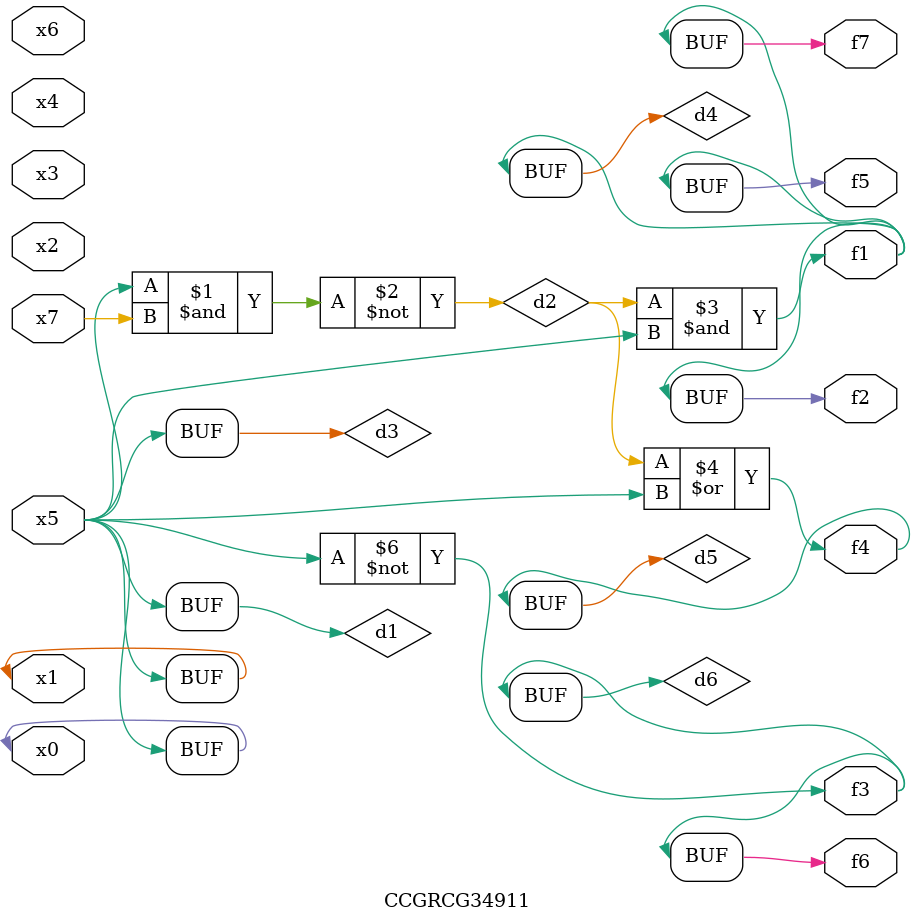
<source format=v>
module CCGRCG34911(
	input x0, x1, x2, x3, x4, x5, x6, x7,
	output f1, f2, f3, f4, f5, f6, f7
);

	wire d1, d2, d3, d4, d5, d6;

	buf (d1, x0, x5);
	nand (d2, x5, x7);
	buf (d3, x0, x1);
	and (d4, d2, d3);
	or (d5, d2, d3);
	nor (d6, d1, d3);
	assign f1 = d4;
	assign f2 = d4;
	assign f3 = d6;
	assign f4 = d5;
	assign f5 = d4;
	assign f6 = d6;
	assign f7 = d4;
endmodule

</source>
